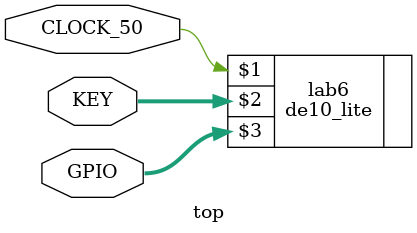
<source format=v>

module top (CLOCK_50, KEY, GPIO);

    input CLOCK_50;        // DE-series switches
    input wire [1:0] KEY;       // DE-series pushbuttons

    inout wire [31:0] GPIO;     // DE-series LEDs   

    de10_lite lab6 (CLOCK_50, KEY[1:0], GPIO);
 
endmodule


</source>
